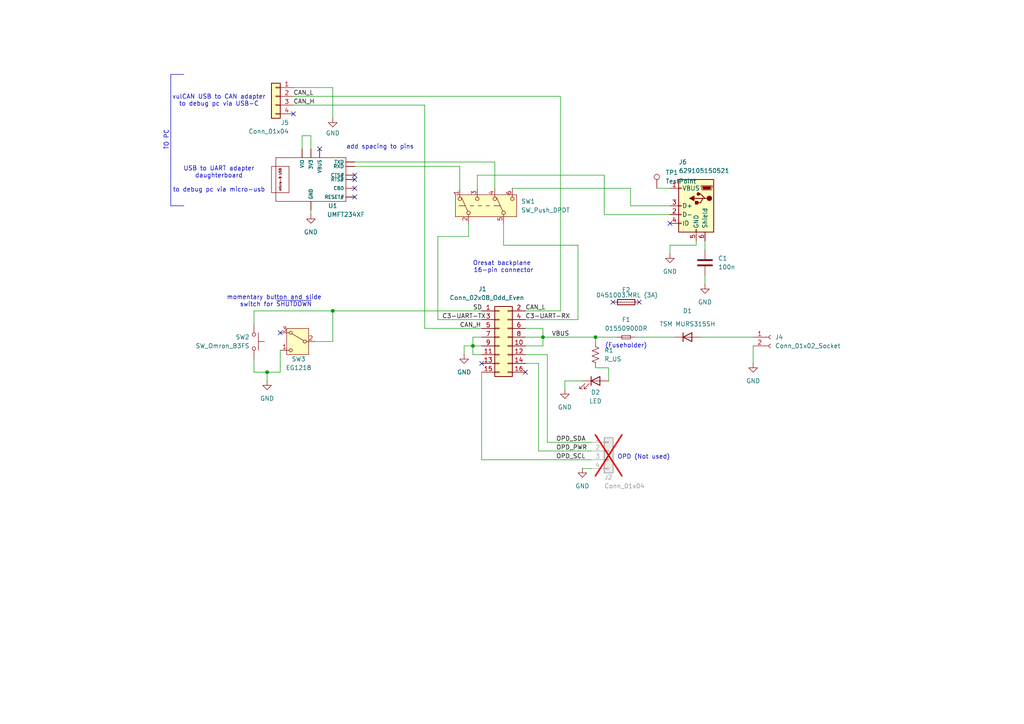
<source format=kicad_sch>
(kicad_sch (version 20231120) (generator "eeschema") (generator_version "8.0")
  (paper "A4")
  (title_block (title "Backplane Debug Breakout") (date "2024-04-14") (rev "1.0"))
  (lib_symbols
    (symbol "Connector:Conn_01x02_Socket" (pin_names (offset 1.016) hide)
      (property "Reference" "J" (at 0 2.54 0))
      (property "Value" "Conn_01x02_Socket" (at 0 -5.08 0))
      (symbol "Conn_01x02_Socket_1_1"
        (arc (start 0 -2.032) (mid -0.5058 -2.54) (end 0 -3.048) (stroke (width 0.1524)))
        (polyline (pts (xy -1.27 -2.54) (xy -0.508 -2.54)) (stroke (width 0.1524)))
        (polyline (pts (xy -1.27 0) (xy -0.508 0)) (stroke (width 0.1524)))
        (arc (start 0 0.508) (mid -0.5058 0) (end 0 -0.508) (stroke (width 0.1524)))
        (pin passive line (at -5.08 0 0) (length 3.81) (name "Pin_1") (number "1"))
        (pin passive line (at -5.08 -2.54 0) (length 3.81) (name "Pin_2") (number "2"))
      )
    )
    (symbol "Connector:TestPoint" (pin_numbers hide) (pin_names (offset 0.762) hide)
      (property "Reference" "TP" (at 0 6.858 0))
      (property "Value" "TestPoint" (at 0 5.08 0))
      (symbol "TestPoint_0_1"
        (circle (center 0 3.302) (radius 0.762))
      )
      (symbol "TestPoint_1_1"
        (pin passive line (at 0 0 90) (length 2.54) (name "1") (number "1"))
      )
    )
    (symbol "Connector:USB_B_Micro" (pin_names (offset 1.016))
      (property "Reference" "J" (at -5.08 11.43 0))
      (property "Value" "USB_B_Micro" (at -5.08 8.89 0))
      (symbol "USB_B_Micro_0_1"
        (rectangle (start -5.08 -7.62) (end 5.08 7.62) (stroke (width 0.254)) (fill (type background)))
        (circle (center -3.81 2.159) (radius 0.635) (stroke (width 0.254)) (fill (type outline)))
        (circle (center -0.635 3.429) (radius 0.381) (stroke (width 0.254)) (fill (type outline)))
        (rectangle (start -0.127 -7.62) (end 0.127 -6.858))
        (polyline (pts (xy -1.905 2.159) (xy 0.635 2.159)) (stroke (width 0.254)))
        (polyline (pts (xy -3.175 2.159) (xy -2.54 2.159) (xy -1.27 3.429) (xy -0.635 3.429)) (stroke (width 0.254)))
        (polyline (pts (xy -2.54 2.159) (xy -1.905 2.159) (xy -1.27 0.889) (xy 0 0.889)) (stroke (width 0.254)))
        (polyline (pts (xy 0.635 2.794) (xy 0.635 1.524) (xy 1.905 2.159) (xy 0.635 2.794)) (stroke (width 0.254)) (fill (type outline)))
        (polyline (pts (xy -4.318 5.588) (xy -1.778 5.588) (xy -2.032 4.826) (xy -4.064 4.826) (xy -4.318 5.588)) (fill (type outline)))
        (polyline (pts (xy -4.699 5.842) (xy -4.699 5.588) (xy -4.445 4.826) (xy -4.445 4.572) (xy -1.651 4.572) (xy -1.651 4.826) (xy -1.397 5.588) (xy -1.397 5.842) (xy -4.699 5.842)))
        (rectangle (start 0.254 1.27) (end -0.508 0.508) (stroke (width 0.254)) (fill (type outline)))
        (rectangle (start 5.08 -5.207) (end 4.318 -4.953))
        (rectangle (start 5.08 -2.667) (end 4.318 -2.413))
        (rectangle (start 5.08 -0.127) (end 4.318 0.127))
        (rectangle (start 5.08 4.953) (end 4.318 5.207))
      )
      (symbol "USB_B_Micro_1_1"
        (pin power_out line (at 7.62 5.08 180) (length 2.54) (name "VBUS") (number "1"))
        (pin bidirectional line (at 7.62 -2.54 180) (length 2.54) (name "D-") (number "2"))
        (pin bidirectional line (at 7.62 0 180) (length 2.54) (name "D+") (number "3"))
        (pin passive line (at 7.62 -5.08 180) (length 2.54) (name "ID") (number "4"))
        (pin power_out line (at 0 -10.16 90) (length 2.54) (name "GND") (number "5"))
        (pin passive line (at -2.54 -10.16 90) (length 2.54) (name "Shield") (number "6"))
      )
    )
    (symbol "Connector_Generic:Conn_01x04" (pin_names (offset 1.016) hide)
      (property "Reference" "J" (at 0 5.08 0))
      (property "Value" "Conn_01x04" (at 0 -7.62 0))
      (symbol "Conn_01x04_1_1"
        (rectangle (start -1.27 -4.953) (end 0 -5.207) (stroke (width 0.1524)))
        (rectangle (start -1.27 -2.413) (end 0 -2.667) (stroke (width 0.1524)))
        (rectangle (start -1.27 0.127) (end 0 -0.127) (stroke (width 0.1524)))
        (rectangle (start -1.27 2.667) (end 0 2.413) (stroke (width 0.1524)))
        (rectangle (start -1.27 3.81) (end 1.27 -6.35) (stroke (width 0.254)) (fill (type background)))
        (pin passive line (at -5.08 2.54 0) (length 3.81) (name "Pin_1") (number "1"))
        (pin passive line (at -5.08 0 0) (length 3.81) (name "Pin_2") (number "2"))
        (pin passive line (at -5.08 -2.54 0) (length 3.81) (name "Pin_3") (number "3"))
        (pin passive line (at -5.08 -5.08 0) (length 3.81) (name "Pin_4") (number "4"))
      )
    )
    (symbol "Connector_Generic:Conn_02x08_Odd_Even" (pin_names (offset 1.016) hide)
      (property "Reference" "J" (at 1.27 10.16 0))
      (property "Value" "Conn_02x08_Odd_Even" (at 1.27 -12.7 0))
      (symbol "Conn_02x08_Odd_Even_1_1"
        (rectangle (start -1.27 -10.033) (end 0 -10.287) (stroke (width 0.1524)))
        (rectangle (start -1.27 -7.493) (end 0 -7.747) (stroke (width 0.1524)))
        (rectangle (start -1.27 -4.953) (end 0 -5.207) (stroke (width 0.1524)))
        (rectangle (start -1.27 -2.413) (end 0 -2.667) (stroke (width 0.1524)))
        (rectangle (start -1.27 0.127) (end 0 -0.127) (stroke (width 0.1524)))
        (rectangle (start -1.27 2.667) (end 0 2.413) (stroke (width 0.1524)))
        (rectangle (start -1.27 5.207) (end 0 4.953) (stroke (width 0.1524)))
        (rectangle (start -1.27 7.747) (end 0 7.493) (stroke (width 0.1524)))
        (rectangle (start -1.27 8.89) (end 3.81 -11.43) (stroke (width 0.254)) (fill (type background)))
        (rectangle (start 3.81 -10.033) (end 2.54 -10.287) (stroke (width 0.1524)))
        (rectangle (start 3.81 -7.493) (end 2.54 -7.747) (stroke (width 0.1524)))
        (rectangle (start 3.81 -4.953) (end 2.54 -5.207) (stroke (width 0.1524)))
        (rectangle (start 3.81 -2.413) (end 2.54 -2.667) (stroke (width 0.1524)))
        (rectangle (start 3.81 0.127) (end 2.54 -0.127) (stroke (width 0.1524)))
        (rectangle (start 3.81 2.667) (end 2.54 2.413) (stroke (width 0.1524)))
        (rectangle (start 3.81 5.207) (end 2.54 4.953) (stroke (width 0.1524)))
        (rectangle (start 3.81 7.747) (end 2.54 7.493) (stroke (width 0.1524)))
        (pin passive line (at -5.08 7.62 0) (length 3.81) (name "Pin_1") (number "1"))
        (pin passive line (at 7.62 -2.54 180) (length 3.81) (name "Pin_10") (number "10"))
        (pin passive line (at -5.08 -5.08 0) (length 3.81) (name "Pin_11") (number "11"))
        (pin passive line (at 7.62 -5.08 180) (length 3.81) (name "Pin_12") (number "12"))
        (pin passive line (at -5.08 -7.62 0) (length 3.81) (name "Pin_13") (number "13"))
        (pin passive line (at 7.62 -7.62 180) (length 3.81) (name "Pin_14") (number "14"))
        (pin passive line (at -5.08 -10.16 0) (length 3.81) (name "Pin_15") (number "15"))
        (pin passive line (at 7.62 -10.16 180) (length 3.81) (name "Pin_16") (number "16"))
        (pin passive line (at 7.62 7.62 180) (length 3.81) (name "Pin_2") (number "2"))
        (pin passive line (at -5.08 5.08 0) (length 3.81) (name "Pin_3") (number "3"))
        (pin passive line (at 7.62 5.08 180) (length 3.81) (name "Pin_4") (number "4"))
        (pin passive line (at -5.08 2.54 0) (length 3.81) (name "Pin_5") (number "5"))
        (pin passive line (at 7.62 2.54 180) (length 3.81) (name "Pin_6") (number "6"))
        (pin passive line (at -5.08 0 0) (length 3.81) (name "Pin_7") (number "7"))
        (pin passive line (at 7.62 0 180) (length 3.81) (name "Pin_8") (number "8"))
        (pin passive line (at -5.08 -2.54 0) (length 3.81) (name "Pin_9") (number "9"))
      )
    )
    (symbol "Device:C" (pin_numbers hide) (pin_names (offset 0.254))
      (property "Reference" "C" (at 0.635 2.54 0))
      (property "Value" "C" (at 0.635 -2.54 0))
      (symbol "C_0_1"
        (polyline (pts (xy -2.032 -0.762) (xy 2.032 -0.762)) (stroke (width 0.508)))
        (polyline (pts (xy -2.032 0.762) (xy 2.032 0.762)) (stroke (width 0.508)))
      )
      (symbol "C_1_1"
        (pin passive line (at 0 3.81 270) (length 2.794) (name "~") (number "1"))
        (pin passive line (at 0 -3.81 90) (length 2.794) (name "~") (number "2"))
      )
    )
    (symbol "Device:Fuse" (pin_numbers hide) (pin_names (offset 0))
      (property "Reference" "F" (at 2.032 0 90))
      (property "Value" "Fuse" (at -1.905 0 90))
      (symbol "Fuse_0_1"
        (rectangle (start -0.762 -2.54) (end 0.762 2.54) (stroke (width 0.254)))
        (polyline (pts (xy 0 2.54) (xy 0 -2.54)))
      )
      (symbol "Fuse_1_1"
        (pin passive line (at 0 3.81 270) (length 1.27) (name "~") (number "1"))
        (pin passive line (at 0 -3.81 90) (length 1.27) (name "~") (number "2"))
      )
    )
    (symbol "Device:Fuse_Small" (pin_numbers hide) (pin_names (offset 0.254) hide)
      (property "Reference" "F" (at 0 -1.524 0))
      (property "Value" "Fuse_Small" (at 0 1.524 0))
      (symbol "Fuse_Small_0_1"
        (rectangle (start -1.27 0.508) (end 1.27 -0.508))
        (polyline (pts (xy -1.27 0) (xy 1.27 0)))
      )
      (symbol "Fuse_Small_1_1"
        (pin passive line (at -2.54 0 0) (length 1.27) (name "~") (number "1"))
        (pin passive line (at 2.54 0 180) (length 1.27) (name "~") (number "2"))
      )
    )
    (symbol "Device:LED" (pin_numbers hide) (pin_names (offset 1.016) hide)
      (property "Reference" "D" (at 0 2.54 0))
      (property "Value" "LED" (at 0 -2.54 0))
      (symbol "LED_0_1"
        (polyline (pts (xy -1.27 -1.27) (xy -1.27 1.27)) (stroke (width 0.254)))
        (polyline (pts (xy -1.27 0) (xy 1.27 0)))
        (polyline (pts (xy 1.27 -1.27) (xy 1.27 1.27) (xy -1.27 0) (xy 1.27 -1.27)) (stroke (width 0.254)))
        (polyline (pts (xy -3.048 -0.762) (xy -4.572 -2.286) (xy -3.81 -2.286) (xy -4.572 -2.286) (xy -4.572 -1.524)))
        (polyline (pts (xy -1.778 -0.762) (xy -3.302 -2.286) (xy -2.54 -2.286) (xy -3.302 -2.286) (xy -3.302 -1.524)))
      )
      (symbol "LED_1_1"
        (pin passive line (at -3.81 0 0) (length 2.54) (name "K") (number "1"))
        (pin passive line (at 3.81 0 180) (length 2.54) (name "A") (number "2"))
      )
    )
    (symbol "Device:R_US" (pin_numbers hide) (pin_names (offset 0))
      (property "Reference" "R" (at 2.54 0 90))
      (property "Value" "R_US" (at -2.54 0 90))
      (symbol "R_US_0_1"
        (polyline (pts (xy 0 -2.286) (xy 0 -2.54)))
        (polyline (pts (xy 0 2.286) (xy 0 2.54)))
        (polyline (pts (xy 0 -0.762) (xy 1.016 -1.143) (xy 0 -1.524) (xy -1.016 -1.905) (xy 0 -2.286)))
        (polyline (pts (xy 0 0.762) (xy 1.016 0.381) (xy 0 0) (xy -1.016 -0.381) (xy 0 -0.762)))
        (polyline (pts (xy 0 2.286) (xy 1.016 1.905) (xy 0 1.524) (xy -1.016 1.143) (xy 0 0.762)))
      )
      (symbol "R_US_1_1"
        (pin passive line (at 0 3.81 270) (length 1.27) (name "~") (number "1"))
        (pin passive line (at 0 -3.81 90) (length 1.27) (name "~") (number "2"))
      )
    )
    (symbol "Diode:1N4001" (pin_numbers hide) (pin_names hide)
      (property "Reference" "D" (at 0 2.54 0))
      (property "Value" "1N4001" (at 0 -2.54 0))
      (symbol "1N4001_0_1"
        (polyline (pts (xy -1.27 1.27) (xy -1.27 -1.27)) (stroke (width 0.254)))
        (polyline (pts (xy 1.27 0) (xy -1.27 0)))
        (polyline (pts (xy 1.27 1.27) (xy 1.27 -1.27) (xy -1.27 0) (xy 1.27 1.27)) (stroke (width 0.254)))
      )
      (symbol "1N4001_1_1"
        (pin passive line (at -3.81 0 0) (length 2.54) (name "K") (number "1"))
        (pin passive line (at 3.81 0 180) (length 2.54) (name "A") (number "2"))
      )
    )
    (symbol "GND_1" (power) (pin_numbers hide) (pin_names (offset 0) hide)
      (property "Value" "GND" (at 0 -3.81 0))
      (symbol "GND_1_0_1"
        (polyline (pts (xy 0 0) (xy 0 -1.27) (xy 1.27 -1.27) (xy 0 -2.54) (xy -1.27 -1.27) (xy 0 -1.27)))
      )
      (symbol "GND_1_1_1"
        (pin power_in line (at 0 0 270) (length 0) (name "~") (number "1"))
      )
    )
    (symbol "Switch:SW_Omron_B3FS" (pin_numbers hide) (pin_names (offset 1.016) hide)
      (property "Reference" "SW" (at 1.27 2.54 0))
      (property "Value" "SW_Omron_B3FS" (at 0 -1.524 0))
      (symbol "SW_Omron_B3FS_0_1"
        (circle (center -2.032 0) (radius 0.508))
        (polyline (pts (xy 0 1.27) (xy 0 3.048)))
        (polyline (pts (xy 2.54 1.27) (xy -2.54 1.27)))
        (circle (center 2.032 0) (radius 0.508))
        (pin passive line (at -5.08 0 0) (length 2.54) (name "1") (number "1"))
        (pin passive line (at 5.08 0 180) (length 2.54) (name "2") (number "2"))
      )
    )
    (symbol "Switch:SW_Push_DPDT" (pin_names (offset 0) hide)
      (property "Reference" "SW" (at 0 10.16 0))
      (property "Value" "SW_Push_DPDT" (at 0 -10.16 0))
      (symbol "SW_Push_DPDT_0_0"
        (circle (center -2.032 -5.08) (radius 0.508))
        (circle (center -2.032 5.08) (radius 0.508))
        (circle (center 2.032 -7.62) (radius 0.508))
        (circle (center 2.032 2.54) (radius 0.508))
      )
      (symbol "SW_Push_DPDT_0_1"
        (polyline (pts (xy -1.524 -4.826) (xy 2.3368 -3.0988)))
        (polyline (pts (xy -1.524 5.334) (xy 2.3368 7.0612)))
        (polyline (pts (xy 0 -2.286) (xy 0 -4.064)))
        (polyline (pts (xy 0 -1.016) (xy 0 0)))
        (polyline (pts (xy 0 1.27) (xy 0 2.286)))
        (polyline (pts (xy 0 3.556) (xy 0 4.572)))
        (polyline (pts (xy 0 7.874) (xy 0 6.096)))
        (circle (center 2.032 -2.54) (radius 0.508))
        (circle (center 2.032 7.62) (radius 0.508))
      )
      (symbol "SW_Push_DPDT_1_1"
        (rectangle (start -3.175 8.89) (end 3.175 -8.89) (fill (type background)))
        (pin passive line (at 5.08 7.62 180) (length 2.54) (name "A") (number "1"))
        (pin passive line (at -5.08 5.08 0) (length 2.54) (name "B") (number "2"))
        (pin passive line (at 5.08 2.54 180) (length 2.54) (name "C") (number "3"))
        (pin passive line (at 5.08 -2.54 180) (length 2.54) (name "A") (number "4"))
        (pin passive line (at -5.08 -5.08 0) (length 2.54) (name "B") (number "5"))
        (pin passive line (at 5.08 -7.62 180) (length 2.54) (name "C") (number "6"))
      )
    )
    (symbol "Switch:SW_SPDT_321" (pin_names (offset 1) hide)
      (property "Reference" "SW" (at 0 5.08 0))
      (property "Value" "SW_SPDT_321" (at 0 -5.08 0))
      (symbol "SW_SPDT_321_0_1"
        (circle (center -2.032 0) (radius 0.4572))
        (polyline (pts (xy -1.651 0.254) (xy 1.651 2.286)))
        (circle (center 2.032 -2.54) (radius 0.4572))
        (circle (center 2.032 2.54) (radius 0.4572))
      )
      (symbol "SW_SPDT_321_1_1"
        (rectangle (start -3.175 3.81) (end 3.175 -3.81) (fill (type background)))
        (pin passive line (at 5.08 -2.54 180) (length 2.54) (name "C") (number "1"))
        (pin passive line (at -5.08 0 0) (length 2.54) (name "B") (number "2"))
        (pin passive line (at 5.08 2.54 180) (length 2.54) (name "A") (number "3"))
      )
    )
    (symbol "oresat-pcbs:UMFT234XF" (pin_numbers hide)
      (property "Reference" "PCB" (at 7.62 -7.62 0))
      (property "Value" "UMFT234XF" (at 7.62 -10.16 0))
      (symbol "UMFT234XF_0_1"
        (rectangle (start -11.43 3.81) (end -6.35 -3.81))
        (rectangle (start -10.16 6.35) (end 10.16 -6.35))
      )
      (symbol "UMFT234XF_1_1"
        (text "micro-B USB" (at -8.89 0 900) (effects (font (size 0.65 0.65))))
        (pin input line (at 12.7 -5.08 180) (length 2.54) (name "RESET#") (number "P1"))
        (pin input line (at 12.7 1.27 180) (length 2.54) (name "CTS#") (number "P10"))
        (pin power_out line (at 0 8.89 270) (length 2.54) (name "3V3") (number "P2"))
        (pin power_in line (at -2.54 8.89 270) (length 2.54) (name "VIO") (number "P3"))
        (pin power_in line (at 0 -8.89 90) (length 2.54) (name "GND") (number "P4"))
        (pin power_out line (at 2.54 8.89 270) (length 2.54) (name "VBUS") (number "P5"))
        (pin bidirectional line (at 12.7 -2.54 180) (length 2.54) (name "CB0") (number "P6"))
        (pin output line (at 12.7 5.08 180) (length 2.54) (name "TXD") (number "P7"))
        (pin output line (at 12.7 0 180) (length 2.54) (name "RTS#") (number "P8"))
        (pin input line (at 12.7 3.81 180) (length 2.54) (name "RXD") (number "P9"))
      )
    )
  )
  (junction (at 172.72 97.79))
  (junction (at 137.16 100.33))
  (junction (at 157.48 97.79))
  (junction (at 96.52 90.17))
  (junction (at 77.47 107.95))
  (no_connect (at 194.31 64.77))
  (no_connect (at 85.09 33.02))
  (no_connect (at 185.42 87.63))
  (no_connect (at 102.87 54.61))
  (no_connect (at 102.87 52.07))
  (no_connect (at 102.87 50.8))
  (no_connect (at 81.28 96.52))
  (no_connect (at 102.87 57.15))
  (no_connect (at 139.7 105.41))
  (no_connect (at 92.71 43.18))
  (no_connect (at 152.4 107.95))
  (no_connect (at 177.8 87.63))
  (wire (pts (xy 184.15 97.79) (xy 195.58 97.79)))
  (wire (pts (xy 182.88 59.69) (xy 194.31 59.69)))
  (wire (pts (xy 102.87 48.26) (xy 133.35 48.26)))
  (wire (pts (xy 137.16 100.33) (xy 139.7 100.33)))
  (wire (pts (xy 201.93 69.85) (xy 201.93 71.12)))
  (wire (pts (xy 175.26 62.23) (xy 194.31 62.23)))
  (wire (pts (xy 204.47 80.01) (xy 204.47 82.55)))
  (wire (pts (xy 172.72 97.79) (xy 179.07 97.79)))
  (wire (pts (xy 137.16 100.33) (xy 137.16 102.87)))
  (wire (pts (xy 90.17 62.23) (xy 90.17 60.96)))
  (wire (pts (xy 167.64 92.71) (xy 167.64 71.12)))
  (wire (pts (xy 73.66 107.95) (xy 77.47 107.95)))
  (wire (pts (xy 123.19 95.25) (xy 123.19 30.48)))
  (wire (pts (xy 96.52 90.17) (xy 96.52 99.06)))
  (wire (pts (xy 73.66 93.98) (xy 73.66 90.17)))
  (wire (pts (xy 85.09 30.48) (xy 123.19 30.48)))
  (wire (pts (xy 127 68.58) (xy 135.89 68.58)))
  (wire (pts (xy 148.59 54.61) (xy 182.88 54.61)))
  (wire (pts (xy 152.4 100.33) (xy 157.48 100.33)))
  (wire (pts (xy 163.83 110.49) (xy 168.91 110.49)))
  (wire (pts (xy 158.75 102.87) (xy 158.75 128.27)))
  (polyline (pts (xy 49.53 59.69) (xy 53.34 59.69)))
  (wire (pts (xy 96.52 25.4) (xy 96.52 34.29)))
  (wire (pts (xy 168.91 135.89) (xy 171.45 135.89)))
  (wire (pts (xy 157.48 95.25) (xy 157.48 97.79)))
  (wire (pts (xy 133.35 48.26) (xy 133.35 54.61)))
  (wire (pts (xy 90.17 39.37) (xy 90.17 43.18)))
  (wire (pts (xy 204.47 69.85) (xy 204.47 72.39)))
  (wire (pts (xy 167.64 71.12) (xy 146.05 71.12)))
  (wire (pts (xy 77.47 107.95) (xy 81.28 107.95)))
  (wire (pts (xy 162.56 90.17) (xy 162.56 27.94)))
  (wire (pts (xy 182.88 54.61) (xy 182.88 59.69)))
  (wire (pts (xy 87.63 39.37) (xy 87.63 43.18)))
  (wire (pts (xy 139.7 97.79) (xy 137.16 97.79)))
  (wire (pts (xy 156.21 105.41) (xy 156.21 130.81)))
  (wire (pts (xy 85.09 25.4) (xy 96.52 25.4)))
  (wire (pts (xy 194.31 71.12) (xy 194.31 73.66)))
  (wire (pts (xy 139.7 133.35) (xy 171.45 133.35)))
  (wire (pts (xy 157.48 97.79) (xy 172.72 97.79)))
  (wire (pts (xy 190.5 54.61) (xy 194.31 54.61)))
  (polyline (pts (xy 49.53 21.59) (xy 49.53 59.69)))
  (wire (pts (xy 87.63 39.37) (xy 90.17 39.37)))
  (wire (pts (xy 152.4 97.79) (xy 157.48 97.79)))
  (wire (pts (xy 172.72 106.68) (xy 176.53 106.68)))
  (wire (pts (xy 73.66 90.17) (xy 96.52 90.17)))
  (wire (pts (xy 123.19 95.25) (xy 139.7 95.25)))
  (wire (pts (xy 96.52 99.06) (xy 91.44 99.06)))
  (wire (pts (xy 139.7 107.95) (xy 139.7 133.35)))
  (wire (pts (xy 156.21 130.81) (xy 171.45 130.81)))
  (wire (pts (xy 218.44 100.33) (xy 218.44 105.41)))
  (wire (pts (xy 127 92.71) (xy 127 68.58)))
  (wire (pts (xy 152.4 95.25) (xy 157.48 95.25)))
  (wire (pts (xy 73.66 104.14) (xy 73.66 107.95)))
  (wire (pts (xy 127 92.71) (xy 139.7 92.71)))
  (wire (pts (xy 157.48 97.79) (xy 157.48 100.33)))
  (wire (pts (xy 138.43 54.61) (xy 138.43 50.8)))
  (wire (pts (xy 143.51 46.99) (xy 143.51 54.61)))
  (wire (pts (xy 134.62 102.87) (xy 134.62 100.33)))
  (wire (pts (xy 81.28 101.6) (xy 81.28 107.95)))
  (wire (pts (xy 135.89 64.77) (xy 135.89 68.58)))
  (wire (pts (xy 77.47 107.95) (xy 77.47 110.49)))
  (wire (pts (xy 175.26 50.8) (xy 175.26 62.23)))
  (wire (pts (xy 137.16 97.79) (xy 137.16 100.33)))
  (wire (pts (xy 96.52 90.17) (xy 139.7 90.17)))
  (wire (pts (xy 158.75 128.27) (xy 171.45 128.27)))
  (wire (pts (xy 137.16 102.87) (xy 139.7 102.87)))
  (wire (pts (xy 152.4 90.17) (xy 162.56 90.17)))
  (wire (pts (xy 158.75 102.87) (xy 152.4 102.87)))
  (wire (pts (xy 172.72 97.79) (xy 172.72 99.06)))
  (wire (pts (xy 201.93 71.12) (xy 194.31 71.12)))
  (wire (pts (xy 85.09 27.94) (xy 162.56 27.94)))
  (wire (pts (xy 152.4 92.71) (xy 167.64 92.71)))
  (wire (pts (xy 102.87 46.99) (xy 143.51 46.99)))
  (polyline (pts (xy 53.34 21.59) (xy 49.53 21.59)))
  (wire (pts (xy 146.05 64.77) (xy 146.05 71.12)))
  (wire (pts (xy 152.4 105.41) (xy 156.21 105.41)))
  (wire (pts (xy 203.2 97.79) (xy 218.44 97.79)))
  (wire (pts (xy 176.53 106.68) (xy 176.53 110.49)))
  (wire (pts (xy 134.62 100.33) (xy 137.16 100.33)))
  (wire (pts (xy 138.43 50.8) (xy 175.26 50.8)))
  (wire (pts (xy 163.83 110.49) (xy 163.83 113.03)))
  (text "Oresat backplane \n16-pin connector" (at 146.05 77.47 0) (effects (font (size 1.27 1.27))))
  (text "vulCAN USB to CAN adapter\nto debug pc via USB-C" (at 63.5 29.21 0) (effects (font (size 1.27 1.27))))
  (text "momentary button and slide \nswitch for ~{SHUTDOWN}" (at 80.01 87.376 0) (effects (font (size 1.27 1.27))))
  (text "TO PC" (at 48.26 40.64 90) (effects (font (size 1.27 1.27))))
  (text "(Fuseholder)" (at 181.61 100.33 0) (effects (font (size 1.27 1.27))))
  (text "USB to UART adapter\ndaughterboard\n\nto debug pc via micro-usb" (at 63.5 52.07 0) (effects (font (size 1.27 1.27))))
  (text "add spacing to pins" (at 110.236 42.672 0) (effects (font (size 1.27 1.27))))
  (text "OPD (Not used)" (at 179.07 133.35 0) (effects (font (size 1.27 1.27)) (justify left bottom)))
  (label "C3-UART-RX" (at 152.4 92.71 0))
  (label "OPD_PWR" (at 161.29 130.81 0))
  (label "CAN_L" (at 152.4 90.17 0))
  (label "VBUS" (at 160.02 97.79 0))
  (label "C3-UART-TX" (at 128.27 92.71 0))
  (label "OPD_SCL" (at 161.29 133.35 0))
  (label "CAN_H" (at 133.35 95.25 0))
  (label "CAN_H" (at 85.09 30.48 0))
  (label "CAN_L" (at 85.09 27.94 0))
  (label "OPD_SDA" (at 161.29 128.27 0))
  (label "SD" (at 137.16 90.17 0))
  (symbol (lib_id "Switch:SW_SPDT_321") (at 86.36 99.06 0) (mirror y) (unit 1)
    (property "Reference" "SW3" (at 86.614 104.14 0))
    (property "Value" "EG1218" (at 86.614 106.68 0))
    (property "Footprint" "Connector_PinHeader_2.54mm:PinHeader_1x03_P2.54mm_Vertical" (effects (hide yes)))
    (property "Datasheet" "https://sten-eswitch-13110800-production.s3.amazonaws.com/system/asset/product_line/data_sheet/119/EG.pdf" (effects (hide yes)))
    (property "Description" "Switch, single pole double throw" (effects (hide yes)))
    (property "DPN" "EG1903-ND" (effects (hide yes)))
    (property "DST" "Digi-Key" (effects (hide yes)))
    (property "MFR" "E-Switch" (effects (hide yes)))
    (property "MPN" "EG1218" (effects (hide yes)))
  )
  (symbol (lib_name "GND_1") (lib_id "power:GND") (at 96.52 34.29 0) (mirror y) (unit 1)
    (property "Reference" "#PWR06" (effects (hide yes)))
    (property "Value" "GND" (at 96.52 38.608 0))
    (property "Description" "Power symbol creates a global label with name \"GND\" , ground" (effects (hide yes)))
  )
  (symbol (lib_id "Diode:1N4001") (at 199.39 97.79 0) (unit 1)
    (property "Reference" "D1" (at 199.39 90.17 0))
    (property "Value" "TSM MURS315SH" (at 199.39 93.98 0))
    (property "Footprint" "oresat-diodes:Diode TSM MURS315SH" (effects (hide yes)))
    (property "Datasheet" "https://services.taiwansemi.com/storage/resources/datasheet/MUR305SH%20SERIES_B2212.pdf" (effects (hide yes)))
    (property "Sim.Device" "D" (effects (hide yes)))
    (property "Sim.Pins" "1=K 2=A" (effects (hide yes)))
    (property "DPN" "1801-MUR315SHCT-ND" (effects (hide yes)))
    (property "MPN" "MUR315SH" (effects (hide yes)))
    (property "DST" "Digi-Key" (effects (hide yes)))
    (property "MFR" "TSM" (effects (hide yes)))
  )
  (symbol (lib_id "Switch:SW_Push_DPDT") (at 140.97 59.69 90) (unit 1)
    (property "Reference" "SW1" (at 151.13 58.4199 90) (effects (justify right)))
    (property "Value" "SW_Push_DPDT" (at 151.13 60.9599 90) (effects (justify right)))
    (property "Footprint" "oresat-passives:DPDT slide switch 6 pin" (effects (hide yes)))
    (property "Description" "Momentary Switch, dual pole double throw" (effects (hide yes)))
  )
  (symbol (lib_name "GND_1") (lib_id "power:GND") (at 194.31 73.66 0) (unit 1)
    (property "Reference" "#PWR08" (effects (hide yes)))
    (property "Value" "GND" (at 194.31 78.74 0))
    (property "Description" "Power symbol creates a global label with name \"GND\" , ground" (effects (hide yes)))
  )
  (symbol (lib_id "Connector_Generic:Conn_02x08_Odd_Even") (at 144.78 97.79 0) (unit 1)
    (property "Reference" "J1" (at 139.954 83.82 0))
    (property "Value" "Conn_02x08_Odd_Even" (at 141.224 86.36 0))
    (property "Footprint" "Connector_IDC:IDC-Header_2x08_P2.54mm_Vertical" (effects (hide yes)))
    (property "Description" "CONN HEADER VERT 16POS 2.54MM Y - 0" (effects (hide yes)))
    (property "DPN" "732-2095-ND" (effects (hide yes)))
    (property "MPN" "61201621621" (effects (hide yes)))
    (property "DST" "Digi-Key" (effects (hide yes)))
    (property "MFR" "Würth Elektronik" (effects (hide yes)))
  )
  (symbol (lib_id "Device:C") (at 204.47 76.2 0) (unit 1)
    (property "Reference" "C1" (at 208.28 74.9299 0) (effects (justify left)))
    (property "Value" "100n" (at 208.28 77.4699 0) (effects (justify left)))
    (property "Footprint" "Capacitor_SMD:C_0603_1608Metric" (effects (hide yes)))
    (property "Description" "Unpolarized capacitor" (effects (hide yes)))
  )
  (symbol (lib_id "Connector_Generic:Conn_01x04") (at 80.01 27.94 0) (mirror y) (unit 1)
    (property "Reference" "J5" (at 83.82 35.56 0) (effects (justify left)))
    (property "Value" "Conn_01x04" (at 83.82 38.1 0) (effects (justify left)))
    (property "Footprint" "Connector_PinHeader_2.54mm:PinHeader_1x04_P2.54mm_Vertical" (effects (hide yes)))
    (property "DPN" "WM12840-ND" (effects (hide yes)))
    (property "MPN" "0757570441" (effects (hide yes)))
    (property "DST" "Digi-Key" (effects (hide yes)))
  )
  (symbol (lib_id "Device:Fuse") (at 181.61 87.63 90) (unit 1) (on_board no)
    (property "Reference" "F2" (at 181.61 84.074 90))
    (property "Value" "0451003.MRL (3A)" (at 181.864 85.598 90))
    (property "Datasheet" "https://www.littelfuse.com/media?resourcetype=datasheets&itemid=533cd5cc-956c-4243-867f-6ab5a62f6ba1&filename=littelfuse_fuse_451_453_datasheet.pdf" (effects (hide yes)))
    (property "Description" "Fuse" (effects (hide yes)))
    (property "DPN" "F2583CT-ND" (effects (hide yes)))
    (property "MPN" "0451003.MRL" (effects (hide yes)))
    (property "DST" "Digi-Key" (effects (hide yes)))
    (property "MFR" "LittelFuse" (effects (hide yes)))
  )
  (symbol (lib_name "GND_1") (lib_id "power:GND") (at 134.62 102.87 0) (unit 1)
    (property "Reference" "#PWR02" (effects (hide yes)))
    (property "Value" "GND" (at 134.62 107.95 0))
    (property "Description" "Power symbol creates a global label with name \"GND\" , ground" (effects (hide yes)))
  )
  (symbol (lib_id "Connector_Generic:Conn_01x04") (at 176.53 130.81 0) (unit 1) (in_bom no) (dnp yes)
    (property "Reference" "J2" (at 175.26 138.43 0) (effects (justify left)))
    (property "Value" "Conn_01x04" (at 175.26 140.97 0) (effects (justify left)))
    (property "Footprint" "Connector_PinHeader_2.54mm:PinHeader_1x04_P2.54mm_Vertical" (effects (hide yes)))
    (property "DPN" "WM12840-ND" (effects (hide yes)))
    (property "MPN" "0757570441" (effects (hide yes)))
    (property "DST" "Digi-Key" (effects (hide yes)))
  )
  (symbol (lib_id "Device:LED") (at 172.72 110.49 0) (unit 1)
    (property "Reference" "D2" (at 172.72 113.792 0))
    (property "Value" "LED" (at 172.72 116.332 0))
    (property "Footprint" "LED_SMD:LED_0603_1608Metric_Pad1.05x0.95mm_HandSolder" (effects (hide yes)))
    (property "Description" "Light emitting diode" (effects (hide yes)))
  )
  (symbol (lib_name "GND_1") (lib_id "power:GND") (at 163.83 113.03 0) (unit 1)
    (property "Reference" "#PWR09" (effects (hide yes)))
    (property "Value" "GND" (at 163.83 118.11 0))
    (property "Description" "Power symbol creates a global label with name \"GND\" , ground" (effects (hide yes)))
  )
  (symbol (lib_id "Device:Fuse_Small") (at 181.61 97.79 0) (unit 1)
    (property "Reference" "F1" (at 181.61 92.71 0))
    (property "Value" "01550900DR" (at 181.61 95.25 0))
    (property "Footprint" "oresat-passives:Littelfuse 155900DR" (effects (hide yes)))
    (property "Description" "Fuse, small symbol" (effects (hide yes)))
    (property "DPN" "18-01550900DRCT-ND" (effects (hide yes)))
    (property "MPN" "01550900DR" (effects (hide yes)))
    (property "DST" "Digi-Key" (effects (hide yes)))
    (property "MFR" "LittelFuse" (effects (hide yes)))
  )
  (symbol (lib_name "GND_1") (lib_id "power:GND") (at 218.44 105.41 0) (unit 1)
    (property "Reference" "#PWR04" (effects (hide yes)))
    (property "Value" "GND" (at 218.44 110.49 0))
    (property "Description" "Power symbol creates a global label with name \"GND\" , ground" (effects (hide yes)))
  )
  (symbol (lib_id "Switch:SW_Omron_B3FS") (at 73.66 99.06 270) (mirror x) (unit 1)
    (property "Reference" "SW2" (at 72.39 97.7899 90) (effects (justify right)))
    (property "Value" "SW_Omron_B3FS" (at 72.39 100.3299 90) (effects (justify right)))
    (property "Footprint" "Button_Switch_THT:SW_PUSH_6mm" (effects (hide yes)))
    (property "Datasheet" "https://omronfs.omron.com/en_US/ecb/products/pdf/en-b3fs.pdf" (effects (hide yes)))
    (property "Description" "Omron B3FS 6x6mm single pole normally-open tactile switch" (effects (hide yes)))
    (property "DPN" "SW400-ND" (effects (hide yes)))
    (property "DST" "Digi-Key" (effects (hide yes)))
    (property "MFR" "Omron" (effects (hide yes)))
    (property "MPN" "B3F-1000" (effects (hide yes)))
  )
  (symbol (lib_name "GND_1") (lib_id "power:GND") (at 90.17 62.23 0) (unit 1)
    (property "Reference" "#PWR01" (effects (hide yes)))
    (property "Value" "GND" (at 90.17 67.31 0))
    (property "Description" "Power symbol creates a global label with name \"GND\" , ground" (effects (hide yes)))
  )
  (symbol (lib_name "GND_1") (lib_id "power:GND") (at 77.47 110.49 0) (unit 1)
    (property "Reference" "#PWR07" (effects (hide yes)))
    (property "Value" "GND" (at 77.47 115.57 0))
    (property "Description" "Power symbol creates a global label with name \"GND\" , ground" (effects (hide yes)))
  )
  (symbol (lib_id "Device:R_US") (at 172.72 102.87 0) (unit 1)
    (property "Reference" "R1" (at 175.26 101.5999 0) (effects (justify left)))
    (property "Value" "R_US" (at 175.26 104.1399 0) (effects (justify left)))
    (property "Footprint" "Resistor_SMD:R_0603_1608Metric_Pad0.98x0.95mm_HandSolder" (effects (hide yes)))
    (property "Description" "Resistor, US symbol" (effects (hide yes)))
  )
  (symbol (lib_id "Connector:USB_B_Micro") (at 201.93 59.69 0) (mirror y) (unit 1)
    (property "Reference" "J6" (at 196.85 46.99 0) (effects (justify right)))
    (property "Value" "629105150521" (at 196.85 49.53 0) (effects (justify right)))
    (property "Footprint" "Connector_USB:USB_Micro-B_Wuerth_629105150521_CircularHoles" (effects (hide yes)))
    (property "Datasheet" "https://www.we-online.com/katalog/datasheet/629105150521.pdf" (effects (hide yes)))
    (property "MFR" "Würth Elektronik" (effects (hide yes)))
    (property "MPN" "629105150521" (effects (hide yes)))
  )
  (symbol (lib_id "Connector:Conn_01x02_Socket") (at 223.52 97.79 0) (unit 1)
    (property "Reference" "J4" (at 224.79 97.7899 0) (effects (justify left)))
    (property "Value" "Conn_01x02_Socket" (at 224.79 100.3299 0) (effects (justify left)))
    (property "Footprint" "oresat-connectors:PHOENIX_1995499" (effects (hide yes)))
    (property "Description" "Generic connector, single row, 01x02, script generated" (effects (hide yes)))
  )
  (symbol (lib_name "GND_1") (lib_id "power:GND") (at 204.47 82.55 0) (unit 1)
    (property "Reference" "#PWR03" (effects (hide yes)))
    (property "Value" "GND" (at 204.47 87.63 0))
    (property "Description" "Power symbol creates a global label with name \"GND\" , ground" (effects (hide yes)))
  )
  (symbol (lib_name "GND_1") (lib_id "power:GND") (at 168.91 135.89 0) (unit 1)
    (property "Reference" "#PWR05" (effects (hide yes)))
    (property "Value" "GND" (at 168.91 140.97 0))
    (property "Description" "Power symbol creates a global label with name \"GND\" , ground" (effects (hide yes)))
  )
  (symbol (lib_id "Connector:TestPoint") (at 190.5 54.61 0) (unit 1)
    (property "Reference" "TP1" (at 193.04 50.0379 0) (effects (justify left)))
    (property "Value" "TestPoint" (at 193.04 52.5779 0) (effects (justify left)))
    (property "Footprint" "oresat-misc:TestPoint-0.75mm-th" (effects (hide yes)))
    (property "Description" "test point" (effects (hide yes)))
  )
  (symbol (lib_id "oresat-pcbs:UMFT234XF") (at 90.17 52.07 0) (unit 1)
    (property "Reference" "U1" (at 96.52 59.69 0))
    (property "Value" "UMFT234XF" (at 100.33 62.23 0))
    (property "Footprint" "oresat-misc:UMFT234XF" (effects (hide yes)))
    (property "Datasheet" "https://www.ftdichip.com/Support/Documents/DataSheets/Modules/DS_UMFT234XF.pdf" (effects (hide yes)))
    (property "DPN" "768-1174-ND" (effects (hide yes)))
    (property "MPN" "UMFT234XF" (effects (hide yes)))
    (property "DST" "Digi-Key" (effects (hide yes)))
    (property "MFR" "FTDI, Future Technology Devices International Ltd" (effects (hide yes)))
  )
)
</source>
